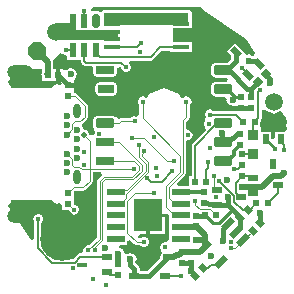
<source format=gtl>
G04 Layer_Physical_Order=1*
G04 Layer_Color=255*
%FSLAX24Y24*%
%MOIN*%
G70*
G01*
G75*
%ADD10R,0.0244X0.0228*%
G04:AMPARAMS|DCode=11|XSize=24.4mil|YSize=22.8mil|CornerRadius=0mil|HoleSize=0mil|Usage=FLASHONLY|Rotation=315.000|XOffset=0mil|YOffset=0mil|HoleType=Round|Shape=Rectangle|*
%AMROTATEDRECTD11*
4,1,4,-0.0167,0.0006,-0.0006,0.0167,0.0167,-0.0006,0.0006,-0.0167,-0.0167,0.0006,0.0*
%
%ADD11ROTATEDRECTD11*%

%ADD12R,0.0228X0.0244*%
%ADD13R,0.0244X0.0244*%
%ADD14R,0.0335X0.0217*%
%ADD15R,0.0244X0.0244*%
%ADD16R,0.0217X0.0335*%
%ADD17R,0.0354X0.0197*%
G04:AMPARAMS|DCode=18|XSize=33.5mil|YSize=21.7mil|CornerRadius=0mil|HoleSize=0mil|Usage=FLASHONLY|Rotation=135.000|XOffset=0mil|YOffset=0mil|HoleType=Round|Shape=Rectangle|*
%AMROTATEDRECTD18*
4,1,4,0.0195,-0.0042,0.0042,-0.0195,-0.0195,0.0042,-0.0042,0.0195,0.0195,-0.0042,0.0*
%
%ADD18ROTATEDRECTD18*%

%ADD19R,0.0236X0.0472*%
G04:AMPARAMS|DCode=20|XSize=47.2mil|YSize=23.6mil|CornerRadius=5.9mil|HoleSize=0mil|Usage=FLASHONLY|Rotation=90.000|XOffset=0mil|YOffset=0mil|HoleType=Round|Shape=RoundedRectangle|*
%AMROUNDEDRECTD20*
21,1,0.0472,0.0118,0,0,90.0*
21,1,0.0354,0.0236,0,0,90.0*
1,1,0.0118,0.0059,0.0177*
1,1,0.0118,0.0059,-0.0177*
1,1,0.0118,-0.0059,-0.0177*
1,1,0.0118,-0.0059,0.0177*
%
%ADD20ROUNDEDRECTD20*%
%ADD21R,0.0581X0.0177*%
G04:AMPARAMS|DCode=22|XSize=33.5mil|YSize=15.7mil|CornerRadius=0mil|HoleSize=0mil|Usage=FLASHONLY|Rotation=180.000|XOffset=0mil|YOffset=0mil|HoleType=Round|Shape=Octagon|*
%AMOCTAGOND22*
4,1,8,-0.0167,0.0039,-0.0167,-0.0039,-0.0128,-0.0079,0.0128,-0.0079,0.0167,-0.0039,0.0167,0.0039,0.0128,0.0079,-0.0128,0.0079,-0.0167,0.0039,0.0*
%
%ADD22OCTAGOND22*%

%ADD23R,0.0374X0.0354*%
%ADD24P,0.0345X4X270.0*%
G04:AMPARAMS|DCode=25|XSize=63mil|YSize=31.5mil|CornerRadius=7.9mil|HoleSize=0mil|Usage=FLASHONLY|Rotation=0.000|XOffset=0mil|YOffset=0mil|HoleType=Round|Shape=RoundedRectangle|*
%AMROUNDEDRECTD25*
21,1,0.0630,0.0157,0,0,0.0*
21,1,0.0472,0.0315,0,0,0.0*
1,1,0.0157,0.0236,-0.0079*
1,1,0.0157,-0.0236,-0.0079*
1,1,0.0157,-0.0236,0.0079*
1,1,0.0157,0.0236,0.0079*
%
%ADD25ROUNDEDRECTD25*%
G04:AMPARAMS|DCode=26|XSize=63mil|YSize=29.5mil|CornerRadius=7.4mil|HoleSize=0mil|Usage=FLASHONLY|Rotation=0.000|XOffset=0mil|YOffset=0mil|HoleType=Round|Shape=RoundedRectangle|*
%AMROUNDEDRECTD26*
21,1,0.0630,0.0148,0,0,0.0*
21,1,0.0482,0.0295,0,0,0.0*
1,1,0.0148,0.0241,-0.0074*
1,1,0.0148,-0.0241,-0.0074*
1,1,0.0148,-0.0241,0.0074*
1,1,0.0148,0.0241,0.0074*
%
%ADD26ROUNDEDRECTD26*%
G04:AMPARAMS|DCode=27|XSize=55.1mil|YSize=29.5mil|CornerRadius=7.4mil|HoleSize=0mil|Usage=FLASHONLY|Rotation=0.000|XOffset=0mil|YOffset=0mil|HoleType=Round|Shape=RoundedRectangle|*
%AMROUNDEDRECTD27*
21,1,0.0551,0.0148,0,0,0.0*
21,1,0.0404,0.0295,0,0,0.0*
1,1,0.0148,0.0202,-0.0074*
1,1,0.0148,-0.0202,-0.0074*
1,1,0.0148,-0.0202,0.0074*
1,1,0.0148,0.0202,0.0074*
%
%ADD27ROUNDEDRECTD27*%
G04:AMPARAMS|DCode=28|XSize=43.3mil|YSize=21.7mil|CornerRadius=0mil|HoleSize=0mil|Usage=FLASHONLY|Rotation=225.000|XOffset=0mil|YOffset=0mil|HoleType=Round|Shape=Rectangle|*
%AMROTATEDRECTD28*
4,1,4,0.0077,0.0230,0.0230,0.0077,-0.0077,-0.0230,-0.0230,-0.0077,0.0077,0.0230,0.0*
%
%ADD28ROTATEDRECTD28*%

%ADD29R,0.0945X0.1102*%
%ADD30R,0.0591X0.0236*%
%ADD31C,0.0157*%
%ADD32C,0.0079*%
%ADD33C,0.0197*%
%ADD34C,0.0049*%
%ADD35C,0.0059*%
%ADD36C,0.0039*%
%ADD37C,0.0098*%
%ADD38C,0.0118*%
%ADD39R,0.2844X0.0433*%
%ADD40R,0.0709X0.0472*%
%ADD41R,0.1641X0.0472*%
%ADD42R,0.2055X0.0354*%
%ADD43C,0.0591*%
%ADD44C,0.0984*%
%ADD45C,0.1457*%
%ADD46O,0.0276X0.0472*%
%ADD47C,0.0236*%
%ADD48O,0.0630X0.0394*%
%ADD49O,0.0866X0.0472*%
G04:AMPARAMS|DCode=50|XSize=59.1mil|YSize=59.1mil|CornerRadius=0mil|HoleSize=0mil|Usage=FLASHONLY|Rotation=45.000|XOffset=0mil|YOffset=0mil|HoleType=Round|Shape=Octagon|*
%AMOCTAGOND50*
4,1,8,0.0313,0.0104,0.0104,0.0313,-0.0104,0.0313,-0.0313,0.0104,-0.0313,-0.0104,-0.0104,-0.0313,0.0104,-0.0313,0.0313,-0.0104,0.0313,0.0104,0.0*
%
%ADD50OCTAGOND50*%

%ADD51C,0.0157*%
%ADD52C,0.0197*%
G36*
X-1342Y-978D02*
X-1333Y-1032D01*
X-1465Y-1163D01*
X-1496Y-1239D01*
Y-3117D01*
X-1758Y-3379D01*
X-1772Y-3373D01*
X-1892Y-3423D01*
X-1942Y-3543D01*
X-1939Y-3550D01*
X-1994Y-3632D01*
X-2036D01*
X-2127Y-3669D01*
X-2286Y-3829D01*
X-2919D01*
X-3337Y-3411D01*
Y-2626D01*
X-3324Y-2621D01*
X-3274Y-2500D01*
X-3324Y-2379D01*
X-3445Y-2330D01*
X-3565Y-2379D01*
X-3615Y-2500D01*
X-3592Y-2555D01*
Y-3163D01*
X-3687Y-3192D01*
X-4444Y-2059D01*
X-4396Y-1953D01*
X-4368Y-1942D01*
X-4342Y-1878D01*
Y-1861D01*
X-2991D01*
X-2964Y-1925D01*
X-2810Y-1989D01*
X-2742Y-1961D01*
X-2643Y-2026D01*
Y-2189D01*
X-2417D01*
X-2415Y-2192D01*
X-2365Y-2313D01*
X-2244Y-2362D01*
X-2124Y-2313D01*
X-2074Y-2192D01*
X-2124Y-2071D01*
X-2242Y-2023D01*
Y-1819D01*
X-2242D01*
Y-1576D01*
X-2217Y-1551D01*
X-1957D01*
X-1881Y-1520D01*
X-1657Y-1296D01*
X-1626Y-1220D01*
Y-933D01*
X-1363D01*
X-1342Y-978D01*
D02*
G37*
G36*
X926Y-2364D02*
Y-2573D01*
Y-2966D01*
Y-3206D01*
X828Y-3271D01*
X787Y-3255D01*
X667Y-3305D01*
X617Y-3425D01*
X660Y-3529D01*
X676Y-3629D01*
X614Y-3780D01*
X619Y-3791D01*
X171Y-4239D01*
X20D01*
Y-4232D01*
X-66D01*
Y-4154D01*
X-116Y-4033D01*
X-204Y-3945D01*
Y-3941D01*
X-161Y-3839D01*
X-223Y-3688D01*
X-374Y-3626D01*
X-467Y-3664D01*
X-543Y-3662D01*
X-578Y-3613D01*
X-621Y-3511D01*
X-747Y-3458D01*
X-727Y-3360D01*
X-491D01*
Y-3226D01*
X-400Y-3188D01*
X-242Y-3347D01*
X-242Y-3347D01*
X-162Y-3380D01*
X-45D01*
X-42Y-3388D01*
X79Y-3438D01*
X199Y-3388D01*
X249Y-3268D01*
X199Y-3147D01*
X79Y-3097D01*
X-42Y-3147D01*
X-91Y-3141D01*
X-116Y-3104D01*
X-63Y-3006D01*
X158D01*
Y-2376D01*
X217D01*
Y-2317D01*
X812D01*
X859Y-2297D01*
X926Y-2364D01*
D02*
G37*
G36*
X4123Y1131D02*
X4409Y1012D01*
X4615Y1098D01*
X4727Y1037D01*
X4834Y499D01*
X4753Y401D01*
X4459D01*
Y217D01*
X4360Y169D01*
X4321Y199D01*
Y401D01*
X3996D01*
Y571D01*
X3961D01*
Y744D01*
X3981Y765D01*
X4018Y855D01*
Y1132D01*
X4115Y1151D01*
X4123Y1131D01*
D02*
G37*
G36*
X2047Y4485D02*
X2036Y4459D01*
X3488Y3488D01*
X3784Y3046D01*
X3732Y2947D01*
X3682D01*
X3579Y2990D01*
X3530Y2970D01*
X3459Y3035D01*
X3111Y3383D01*
X2846Y3118D01*
X2982Y2983D01*
Y2829D01*
X2862Y2710D01*
X2480D01*
X2360Y2660D01*
X2310Y2539D01*
Y2382D01*
X2360Y2261D01*
X2480Y2211D01*
X2865D01*
X2888Y2178D01*
X2836Y2080D01*
X2480D01*
X2360Y2030D01*
X2310Y1909D01*
Y1752D01*
X2360Y1631D01*
X2480Y1582D01*
X2780D01*
X2834Y1500D01*
X2823Y1473D01*
X2886Y1323D01*
X3036Y1260D01*
X3106Y1214D01*
Y1112D01*
X2386D01*
X2283Y1155D01*
X2163Y1105D01*
X2113Y984D01*
X2146Y905D01*
X2124Y790D01*
X2074Y669D01*
X2124Y549D01*
X2140Y466D01*
X1701Y26D01*
X1666Y-57D01*
Y-1057D01*
X1591D01*
Y-1391D01*
X1228D01*
X1190Y-1301D01*
X1457Y-1034D01*
X1490Y-955D01*
X1490Y-955D01*
Y94D01*
X1535Y125D01*
X1656Y175D01*
X1706Y295D01*
X1656Y416D01*
X1535Y466D01*
X1490Y496D01*
Y748D01*
X1575Y834D01*
X1608Y913D01*
X1608Y913D01*
Y1294D01*
X1617Y1298D01*
X1667Y1418D01*
X1617Y1539D01*
X1496Y1589D01*
X1376Y1539D01*
X1308D01*
X1260Y1654D01*
X748Y1866D01*
X236Y1654D01*
X188Y1538D01*
X160Y1538D01*
X39Y1588D01*
X-81Y1538D01*
X-131Y1417D01*
X-81Y1297D01*
X-72Y1293D01*
Y976D01*
X-171Y912D01*
X-234Y938D01*
X-355Y888D01*
X-358Y880D01*
X-685D01*
X-764Y847D01*
X-764Y847D01*
X-863Y887D01*
X-864Y888D01*
X-984Y938D01*
X-1457D01*
X-1577Y888D01*
X-1627Y768D01*
Y610D01*
X-1577Y490D01*
X-1562Y377D01*
X-1583Y325D01*
X-1603Y300D01*
X-1730Y296D01*
X-1741Y307D01*
X-1737Y315D01*
X-1794Y451D01*
X-1945Y513D01*
X-1990Y623D01*
X-1945Y707D01*
X-1808Y844D01*
X-1777Y919D01*
Y1253D01*
X-1808Y1329D01*
X-2141Y1662D01*
X-2217Y1693D01*
X-2240D01*
Y1898D01*
X-2441D01*
Y2016D01*
X-2240D01*
Y2074D01*
X-2230Y2164D01*
X-2212Y2172D01*
X-2189Y2227D01*
X-2189Y2227D01*
X-2180Y2247D01*
X-2149Y2323D01*
X-2212Y2474D01*
X-2362Y2536D01*
X-2476Y2489D01*
X-2575Y2512D01*
Y2512D01*
X-2717D01*
Y2311D01*
Y2110D01*
X-2683D01*
X-2662Y2012D01*
X-2740Y1960D01*
X-2810Y1989D01*
X-2964Y1925D01*
X-2991Y1861D01*
X-4251D01*
X-4342Y1874D01*
X-4355Y1906D01*
X-4368Y1937D01*
X-4368Y1937D01*
X-4368Y1937D01*
X-4396Y1949D01*
X-4399Y1950D01*
X-4447Y2054D01*
X-4144Y2508D01*
X-4046Y2517D01*
X-4017Y2489D01*
X-3331D01*
Y2356D01*
X-3341Y2331D01*
X-3331Y2305D01*
Y2110D01*
X-2835D01*
Y2311D01*
Y2512D01*
X-2938D01*
Y2738D01*
X-2963Y2799D01*
X-2734Y3028D01*
X-2640Y3009D01*
X-2520Y2959D01*
X-2476Y2930D01*
Y2815D01*
X-2033D01*
Y2776D01*
X-1996Y2686D01*
X-1936Y2626D01*
X-1846Y2589D01*
X-1663D01*
X-1627Y2534D01*
Y2387D01*
X-1578Y2270D01*
X-1462Y2222D01*
X-979D01*
X-863Y2270D01*
X-814Y2387D01*
Y2534D01*
X-804Y2549D01*
X-691Y2558D01*
X-675Y2541D01*
X-632Y2439D01*
X-512Y2389D01*
X-391Y2439D01*
X-341Y2559D01*
X-391Y2680D01*
X-409Y2687D01*
X-390Y2786D01*
X305D01*
X396Y2823D01*
X683Y3110D01*
X945D01*
Y3071D01*
X1683D01*
Y3327D01*
Y3435D01*
X1314D01*
Y3553D01*
X1683D01*
Y3583D01*
Y3691D01*
X1314D01*
Y3809D01*
X1683D01*
Y3839D01*
Y4173D01*
X1670D01*
Y4370D01*
X1645Y4430D01*
X1585Y4455D01*
X-1260D01*
X-1320Y4430D01*
X-1367Y4397D01*
X-1472Y4440D01*
X-1590D01*
X-1611Y4432D01*
X-1654Y4431D01*
X-1680Y4469D01*
X-1654Y4537D01*
X-1619Y4568D01*
X1994D01*
X2047Y4485D01*
D02*
G37*
%LPC*%
G36*
X769Y-2435D02*
X276D01*
Y-3006D01*
X769D01*
Y-2435D01*
D02*
G37*
G36*
X-979Y2070D02*
X-1383D01*
X-1500Y2021D01*
X-1548Y1905D01*
Y1757D01*
X-1500Y1640D01*
X-1383Y1592D01*
X-979D01*
X-863Y1640D01*
X-814Y1757D01*
Y1905D01*
X-863Y2021D01*
X-979Y2070D01*
D02*
G37*
%LPD*%
D10*
X-2441Y1957D02*
D03*
Y1587D02*
D03*
X3346Y-1445D02*
D03*
Y-1075D02*
D03*
X-771Y-3988D02*
D03*
Y-4358D02*
D03*
X3346Y-697D02*
D03*
X3346Y-327D02*
D03*
X-2442Y-1996D02*
D03*
X-2442Y-1626D02*
D03*
D11*
X3294Y-2454D02*
D03*
X3556Y-2192D02*
D03*
X3700Y-2887D02*
D03*
X3962Y-2625D02*
D03*
X2060Y-4121D02*
D03*
X1798Y-4383D02*
D03*
D12*
X3831Y-1969D02*
D03*
X4201D02*
D03*
X1783Y-1258D02*
D03*
X2154Y-1258D02*
D03*
X2118Y-2376D02*
D03*
X2488D02*
D03*
X3398Y735D02*
D03*
X3768D02*
D03*
D13*
X3655Y1555D02*
D03*
Y1201D02*
D03*
X3268Y335D02*
D03*
Y-20D02*
D03*
X3307Y1201D02*
D03*
Y1555D02*
D03*
X1654Y-3602D02*
D03*
Y-3957D02*
D03*
X1339Y-3957D02*
D03*
X1339Y-3602D02*
D03*
X2087Y-1955D02*
D03*
Y-1600D02*
D03*
X1831Y-2382D02*
D03*
Y-2736D02*
D03*
D14*
X3728Y-1115D02*
D03*
Y-1627D02*
D03*
X4554Y-1371D02*
D03*
X2500Y-1516D02*
D03*
Y-2028D02*
D03*
X3327Y-1772D02*
D03*
X-1147Y-3760D02*
D03*
Y-4272D02*
D03*
D15*
X-3130Y2311D02*
D03*
X-2776D02*
D03*
D16*
X4646Y155D02*
D03*
X4134D02*
D03*
X4390Y-672D02*
D03*
D17*
X787Y-4409D02*
D03*
X-236D02*
D03*
D18*
X3152Y3077D02*
D03*
X3918Y2673D02*
D03*
X3556Y2311D02*
D03*
D19*
X-2279Y3130D02*
D03*
X-1905D02*
D03*
X-1531Y3130D02*
D03*
X-1905Y4114D02*
D03*
X-2279Y4114D02*
D03*
D20*
X-1531D02*
D03*
D21*
X-999Y4006D02*
D03*
Y3750D02*
D03*
Y3494D02*
D03*
Y3238D02*
D03*
X1314D02*
D03*
Y3494D02*
D03*
Y3750D02*
D03*
Y4006D02*
D03*
D22*
X-1974Y-4016D02*
D03*
D23*
X3730Y315D02*
D03*
Y-315D02*
D03*
D24*
X4141Y2332D02*
D03*
X3890Y2081D02*
D03*
D25*
X2717Y2461D02*
D03*
Y1831D02*
D03*
Y689D02*
D03*
Y-571D02*
D03*
Y59D02*
D03*
X-1220Y689D02*
D03*
D26*
Y59D02*
D03*
Y-571D02*
D03*
Y2461D02*
D03*
D27*
X-1181Y1831D02*
D03*
D28*
X3396Y-3196D02*
D03*
X3132Y-2931D02*
D03*
X2867Y-2667D02*
D03*
X2116Y-3418D02*
D03*
X2645Y-3947D02*
D03*
D29*
X217Y-2376D02*
D03*
D30*
X1300Y-1588D02*
D03*
Y-1982D02*
D03*
Y-2376D02*
D03*
Y-2769D02*
D03*
Y-3163D02*
D03*
X-865D02*
D03*
Y-2769D02*
D03*
Y-2376D02*
D03*
Y-1982D02*
D03*
Y-1588D02*
D03*
D31*
X2664Y1201D02*
X3655D01*
X2087Y-1957D02*
X2193D01*
X2111Y-2382D02*
X2131Y-2362D01*
X472Y-1957D02*
X512D01*
X827Y-3824D02*
Y-3780D01*
Y-3824D02*
X827Y-3824D01*
X242Y-4409D02*
X827Y-3824D01*
X-236Y-4409D02*
X242D01*
X-374Y-4016D02*
Y-3839D01*
Y-4016D02*
X-236Y-4154D01*
Y-4409D02*
Y-4154D01*
X3579Y2777D02*
X3814D01*
X3918Y2673D01*
X3075Y-2235D02*
X3294Y-2454D01*
X2868Y-2028D02*
X3075Y-2235D01*
X3962Y-2625D02*
Y-2298D01*
X2717Y-2818D02*
X2867Y-2667D01*
X2717Y-3228D02*
Y-2818D01*
X248Y-1957D02*
X472D01*
X461Y-1969D02*
X472Y-1957D01*
X217Y-1987D02*
X248Y-1957D01*
X217Y-2376D02*
Y-1987D01*
X3152Y2759D02*
Y3077D01*
X2854Y2461D02*
X3152Y2759D01*
X2677Y98D02*
Y354D01*
Y98D02*
X2717Y59D01*
X3169Y335D02*
X3268D01*
X2894Y59D02*
X3169Y335D01*
X2717Y59D02*
X2894D01*
X3294Y-2769D02*
Y-2454D01*
X3132Y-2931D02*
X3294Y-2769D01*
X2868Y-1777D02*
X2874Y-1772D01*
X2868Y-2028D02*
Y-1777D01*
X2500Y-2028D02*
X2868D01*
X2480Y-2008D02*
X2500Y-2028D01*
X2244Y-2008D02*
X2480D01*
X2193Y-1957D02*
X2244Y-2008D01*
X1831Y-2382D02*
X2111D01*
X4291Y2020D02*
Y2182D01*
X4141Y2332D02*
X4291Y2182D01*
X2854Y2461D02*
X2914D01*
X2717D02*
X2854D01*
X2914D02*
X3529Y1846D01*
X3655D01*
Y1555D02*
Y1846D01*
X3890Y2081D01*
X1654Y-3957D02*
X1654Y-3957D01*
X1339Y-3957D02*
X1654D01*
X1654Y-4238D02*
Y-3957D01*
Y-4238D02*
X1798Y-4383D01*
X-1983Y1772D02*
X-1846D01*
X-2168Y1957D02*
X-1983Y1772D01*
X-2441Y1957D02*
X-2168D01*
X-2776Y2291D02*
X-2441Y1957D01*
X-2776Y2291D02*
Y2311D01*
D32*
X3730Y695D02*
X3890Y855D01*
X-2520Y3130D02*
X-2279D01*
X-165Y3238D02*
X-18Y3386D01*
X-999Y3238D02*
X-165D01*
X-669Y2717D02*
X-512Y2559D01*
X-1846Y2717D02*
X-669D01*
X630Y3238D02*
X1314D01*
X-1396Y2913D02*
X305D01*
X630Y3238D01*
X-1531Y3048D02*
X-1396Y2913D01*
X-1531Y3048D02*
Y3130D01*
X-1905Y2776D02*
X-1846Y2717D01*
X-1905Y2776D02*
Y3130D01*
X315Y-1260D02*
X669D01*
X1024Y-906D01*
X197Y-1142D02*
X315Y-1260D01*
X-3465Y-2520D02*
X-3445Y-2500D01*
X-3465Y-3464D02*
Y-2520D01*
Y-3464D02*
X-2972Y-3957D01*
X-2233D01*
X-2036Y-3760D01*
X-1147D01*
Y-4272D02*
X-1061Y-4358D01*
X-771D01*
X787Y-4409D02*
X1299D01*
X2576Y-4016D02*
X2645Y-3947D01*
X2323Y-4016D02*
X2576D01*
X2217Y-4121D02*
X2323Y-4016D01*
X2060Y-4121D02*
X2217D01*
X3132Y-1290D02*
X3346Y-1075D01*
X3132Y-1614D02*
Y-1290D01*
Y-1614D02*
X3289Y-1772D01*
X2283Y984D02*
X3148D01*
X3398Y735D01*
X4201Y-1969D02*
X4547Y-1622D01*
X3289Y-1772D02*
X3327D01*
X3346Y2521D02*
X3556Y2311D01*
X4646Y79D02*
X4764Y-39D01*
Y-197D02*
Y-39D01*
X3730Y315D02*
Y695D01*
X3890Y855D02*
Y1740D01*
X3962Y1811D01*
X3688Y-1075D02*
X3728Y-1115D01*
X3346Y-1075D02*
X3688D01*
X4646Y79D02*
Y155D01*
X4547Y-1622D02*
Y-1371D01*
D33*
X3346Y-1445D02*
X4010D01*
X-3482Y3091D02*
X-3130Y2738D01*
Y2311D02*
Y2738D01*
X827Y-3780D02*
X1077D01*
X1159Y-3697D01*
X1244D01*
X1339Y-3602D01*
X-771Y-3988D02*
Y-3661D01*
X1811Y-3189D02*
X2076D01*
X2116Y-3228D01*
X-3150Y2331D02*
X-3130Y2311D01*
X2116Y-3228D02*
Y-3021D01*
Y-3418D02*
Y-3228D01*
X1654Y-3602D02*
X1932D01*
X1339D02*
X1654D01*
X1932D02*
X2116Y-3418D01*
X1797Y-2769D02*
X1831Y-2736D01*
X1300Y-2769D02*
X1797D01*
X1831Y-2736D02*
X2116Y-3021D01*
X4010Y-1445D02*
X4392Y-1063D01*
X4658D01*
X4753Y-968D01*
D34*
X2501Y-2376D02*
Y-2362D01*
X-203Y-1622D02*
X419D01*
X-480Y-1899D02*
X-203Y-1622D01*
X-162Y-3268D02*
X79D01*
X-480Y-2950D02*
X-162Y-3268D01*
X-480Y-2950D02*
Y-1899D01*
X1289Y-918D02*
Y-384D01*
X39Y866D02*
X1289Y-384D01*
X79Y197D02*
X846Y-571D01*
X1077D01*
X827Y-2106D02*
Y-1381D01*
X1289Y-918D01*
X915Y-1781D02*
Y-1417D01*
X1378Y795D02*
X1496Y913D01*
X1378Y-955D02*
Y795D01*
X915Y-1417D02*
X1378Y-955D01*
X-315Y197D02*
X79D01*
X-2440Y-1996D02*
X-2244Y-2192D01*
X-2442Y-1996D02*
X-2440D01*
X2402Y-1417D02*
Y-1063D01*
Y-1417D02*
X2500Y-1516D01*
X2272Y-2165D02*
X2482Y-2376D01*
X1783Y-2014D02*
Y-1890D01*
Y-2014D02*
X1935Y-2165D01*
X2272D01*
X2482Y-2376D02*
X2488D01*
X2987Y-3469D02*
X3122D01*
X3396Y-3196D01*
Y-3190D01*
X3700Y-2887D01*
X1096Y-2376D02*
X1300D01*
X827Y-2106D02*
X1096Y-2376D01*
X-764Y689D02*
X-685Y768D01*
X-234D01*
X-1220Y689D02*
X-764D01*
X39Y866D02*
Y1417D01*
X1496Y913D02*
Y1418D01*
X1116Y-1982D02*
X1300D01*
X915Y-1781D02*
X1116Y-1982D01*
D35*
X-1905Y4114D02*
Y4441D01*
X3346Y-327D02*
X3719D01*
X3367Y-2192D02*
X3556D01*
X3091Y-1915D02*
X3367Y-2192D01*
X3091Y-1915D02*
Y-1732D01*
X2529Y689D02*
X2717D01*
X1783Y-57D02*
X2529Y689D01*
X1783Y-1258D02*
Y-57D01*
X3071Y-817D02*
X3226D01*
X3346Y-697D01*
X2576Y-1220D02*
X2579D01*
X3091Y-1732D01*
X3607Y-2192D02*
X3831Y-1969D01*
X3556Y-2192D02*
X3607D01*
X3719Y-327D02*
X3730Y-315D01*
X2217Y-800D02*
Y-591D01*
X2154Y-1258D02*
Y-864D01*
X2217Y-800D01*
D36*
X-1561Y-3546D02*
Y-3444D01*
X-1389Y-3161D02*
Y-1239D01*
X-1311Y-3194D02*
Y-1271D01*
X-1772Y-3543D02*
X-1389Y-3161D01*
X-1561Y-3444D02*
X-1311Y-3194D01*
X-681Y-1982D02*
X-511Y-1812D01*
Y-1653D01*
X217Y-924D01*
X-865Y-1588D02*
X-703D01*
X-630Y-1516D01*
X-485D01*
X139Y-892D01*
Y-649D01*
X217Y-924D02*
Y-611D01*
X-79Y-431D02*
X139Y-649D01*
X0Y-394D02*
X217Y-611D01*
X0Y-315D02*
X79Y-236D01*
X0Y-394D02*
Y-315D01*
X-79Y-431D02*
Y-20D01*
X-1246Y-1096D02*
X-310D01*
X-1389Y-1239D02*
X-1246Y-1096D01*
X-1214Y-1174D02*
X-278D01*
X-1311Y-1271D02*
X-1214Y-1174D01*
X0Y-897D02*
Y-709D01*
X-79Y-864D02*
Y-741D01*
X-310Y-1096D02*
X-79Y-864D01*
X-278Y-1174D02*
X0Y-897D01*
X-249Y-571D02*
X-79Y-741D01*
X-1220Y-571D02*
X-249D01*
X-768Y59D02*
X0Y-709D01*
X-1220Y59D02*
X-768D01*
X-1995Y-827D02*
X-1732D01*
X-2074Y-748D02*
X-1995Y-827D01*
X-2261Y-748D02*
X-2074D01*
X-2318Y-691D02*
X-2261Y-748D01*
X-2318Y-691D02*
Y-535D01*
X-2318Y-535D02*
X-2318Y-535D01*
X-2318Y-535D02*
Y-492D01*
X-1732Y-1220D02*
Y-827D01*
X-1957Y-1445D02*
X-1732Y-1220D01*
X-2261Y-1445D02*
X-1957D01*
X-2442Y-1626D02*
X-2261Y-1445D01*
X-1732Y-827D02*
X-236D01*
X-1732D02*
Y118D01*
X-1929Y315D02*
X-1732Y118D01*
X-865Y-1982D02*
X-681D01*
X-2495Y-315D02*
X-2318Y-492D01*
Y492D02*
Y669D01*
X-2220Y768D01*
X-2035D01*
X-2441Y1587D02*
X-2217D01*
X-1883Y1253D01*
Y919D02*
Y1253D01*
X-2035Y768D02*
X-1883Y919D01*
X-2495Y315D02*
X-2318Y492D01*
D37*
X3036Y1473D02*
Y1481D01*
X3110Y1555D01*
X3307D01*
X2835Y1831D02*
X3110Y1555D01*
X2717Y1831D02*
X2835D01*
X2991Y-2235D02*
X3075D01*
X2588Y-2638D02*
X2991Y-2235D01*
X2380Y-2638D02*
X2588D01*
X2118Y-2376D02*
X2380Y-2638D01*
X4134Y155D02*
X4449Y-160D01*
D38*
X2717Y-571D02*
X2856D01*
X3071Y-356D01*
Y-217D01*
X3268Y-20D01*
X1954Y-1588D02*
X1969Y-1602D01*
X1300Y-1588D02*
X1954D01*
D39*
X162Y4154D02*
D03*
D40*
X-2520Y3819D02*
D03*
D41*
X1844Y3622D02*
D03*
D42*
X-1807Y3642D02*
D03*
D43*
X4547Y748D02*
D03*
X4409Y1417D02*
D03*
X-2835Y3740D02*
D03*
D44*
X2559Y3543D02*
D03*
D45*
X-2638Y-3150D02*
D03*
D46*
X-2141Y-1089D02*
D03*
Y1089D02*
D03*
D47*
X-2495Y945D02*
D03*
Y-945D02*
D03*
Y630D02*
D03*
Y-630D02*
D03*
Y315D02*
D03*
Y-315D02*
D03*
X-2141Y472D02*
D03*
Y-472D02*
D03*
Y157D02*
D03*
Y-158D02*
D03*
X-2520Y2559D02*
D03*
X-2362Y2323D02*
D03*
X827Y-3780D02*
D03*
X-1220Y-3465D02*
D03*
X276Y-3883D02*
D03*
X-771Y-3661D02*
D03*
X-374Y-3839D02*
D03*
X3579Y2777D02*
D03*
X3036Y1473D02*
D03*
X2835Y-1181D02*
D03*
X2717Y-3228D02*
D03*
X1811Y-3189D02*
D03*
X2323Y-3740D02*
D03*
X3962Y-2298D02*
D03*
X2664Y1201D02*
D03*
X2677Y354D02*
D03*
X2868Y-1777D02*
D03*
X4291Y2020D02*
D03*
X1654Y-4238D02*
D03*
X4753Y-968D02*
D03*
D48*
X-1846Y1772D02*
D03*
Y-1772D02*
D03*
D49*
X-4051Y2392D02*
D03*
Y-2392D02*
D03*
D50*
X-3482Y3091D02*
D03*
D51*
X-2520Y3130D02*
D03*
X-18Y3386D02*
D03*
X-57Y3071D02*
D03*
X-512Y2559D02*
D03*
X-1905Y4441D02*
D03*
X2244Y669D02*
D03*
X1535Y295D02*
D03*
X1024Y-906D02*
D03*
X197Y-1142D02*
D03*
X512Y-1957D02*
D03*
X419Y-1622D02*
D03*
X-3445Y-2500D02*
D03*
X79Y-3268D02*
D03*
X787Y-3425D02*
D03*
X-1561Y-3546D02*
D03*
X-2283Y-4134D02*
D03*
X-1772Y-3543D02*
D03*
X-1614Y-4488D02*
D03*
X-1201Y-4685D02*
D03*
X2283Y984D02*
D03*
X3071Y-817D02*
D03*
X1077Y-571D02*
D03*
X-315Y197D02*
D03*
X-2244Y-2192D02*
D03*
X2972Y-3268D02*
D03*
X2402Y-1063D02*
D03*
X1783Y-1890D02*
D03*
X2987Y-3469D02*
D03*
X512Y-1075D02*
D03*
X472Y-787D02*
D03*
X248Y-1957D02*
D03*
X-748Y-2362D02*
D03*
X2480Y-1772D02*
D03*
X2576Y-1220D02*
D03*
X3346Y2521D02*
D03*
X-234Y768D02*
D03*
X39Y1417D02*
D03*
X-236Y-827D02*
D03*
X1299Y-4409D02*
D03*
X1496Y1418D02*
D03*
X419Y225D02*
D03*
X-1905Y-256D02*
D03*
X-79Y-20D02*
D03*
X79Y-236D02*
D03*
X-1929Y-689D02*
D03*
X-1413Y325D02*
D03*
X4764Y-197D02*
D03*
X4449Y-160D02*
D03*
X2272Y-118D02*
D03*
X2217Y-591D02*
D03*
X3962Y1811D02*
D03*
D52*
X-1929Y315D02*
D03*
M02*

</source>
